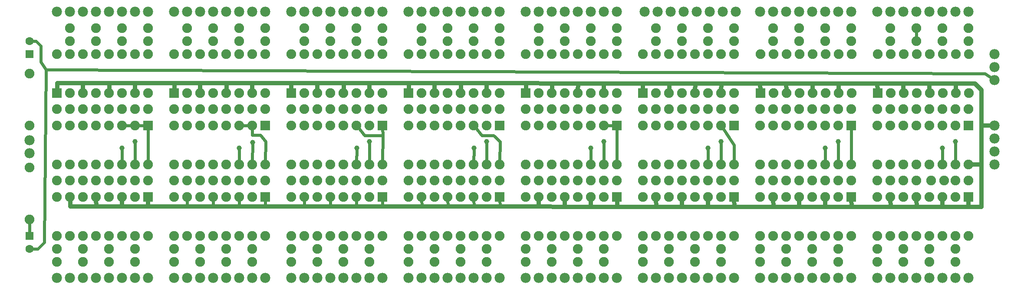
<source format=gtl>
G04 MADE WITH FRITZING*
G04 WWW.FRITZING.ORG*
G04 DOUBLE SIDED*
G04 HOLES PLATED*
G04 CONTOUR ON CENTER OF CONTOUR VECTOR*
%ASAXBY*%
%FSLAX23Y23*%
%MOIN*%
%OFA0B0*%
%SFA1.0B1.0*%
%ADD10C,0.039370*%
%ADD11C,0.078000*%
%ADD12C,0.075000*%
%ADD13C,0.062992*%
%ADD14R,0.075000X0.075000*%
%ADD15R,0.062992X0.062992*%
%ADD16C,0.024000*%
%ADD17C,0.032000*%
%LNCOPPER1*%
G90*
G70*
G54D10*
X5460Y1179D03*
X5360Y1129D03*
X6260Y1129D03*
X6360Y1179D03*
X7260Y1179D03*
X7160Y1129D03*
X4560Y1179D03*
X4460Y1129D03*
X960Y1179D03*
X860Y1129D03*
X3660Y1179D03*
X3561Y1129D03*
X1861Y1175D03*
X1760Y1129D03*
X2661Y1129D03*
X2760Y1179D03*
G54D11*
X4660Y2179D03*
X4560Y2179D03*
X4460Y2179D03*
X4360Y2179D03*
X4260Y2179D03*
X4160Y2179D03*
X4060Y2179D03*
X3960Y2179D03*
X5573Y2179D03*
X5473Y2179D03*
X5373Y2179D03*
X5273Y2179D03*
X5173Y2179D03*
X5073Y2179D03*
X4973Y2179D03*
X4873Y2179D03*
X6460Y2179D03*
X6360Y2179D03*
X6260Y2179D03*
X6160Y2179D03*
X6060Y2179D03*
X5960Y2179D03*
X5860Y2179D03*
X5760Y2179D03*
X7360Y2179D03*
X7260Y2179D03*
X7160Y2179D03*
X7060Y2179D03*
X6960Y2179D03*
X6860Y2179D03*
X6760Y2179D03*
X6660Y2179D03*
G54D12*
X1060Y1304D03*
X1060Y1004D03*
X960Y1304D03*
X960Y1004D03*
X860Y1304D03*
X860Y1004D03*
X760Y1304D03*
X760Y1004D03*
X660Y1304D03*
X660Y1004D03*
X560Y1304D03*
X560Y1004D03*
X460Y1304D03*
X460Y1004D03*
X360Y1304D03*
X360Y1004D03*
X1960Y1304D03*
X1960Y1004D03*
X1860Y1304D03*
X1860Y1004D03*
X1760Y1304D03*
X1760Y1004D03*
X1660Y1304D03*
X1660Y1004D03*
X1560Y1304D03*
X1560Y1004D03*
X1460Y1304D03*
X1460Y1004D03*
X1360Y1304D03*
X1360Y1004D03*
X1260Y1304D03*
X1260Y1004D03*
X2860Y1304D03*
X2860Y1004D03*
X2760Y1304D03*
X2760Y1004D03*
X2660Y1304D03*
X2660Y1004D03*
X2560Y1304D03*
X2560Y1004D03*
X2460Y1304D03*
X2460Y1004D03*
X2360Y1304D03*
X2360Y1004D03*
X2260Y1304D03*
X2260Y1004D03*
X2160Y1304D03*
X2160Y1004D03*
X3760Y1304D03*
X3760Y1004D03*
X3660Y1304D03*
X3660Y1004D03*
X3560Y1304D03*
X3560Y1004D03*
X3460Y1304D03*
X3460Y1004D03*
X3360Y1304D03*
X3360Y1004D03*
X3260Y1304D03*
X3260Y1004D03*
X3160Y1304D03*
X3160Y1004D03*
X3060Y1304D03*
X3060Y1004D03*
X4660Y1304D03*
X4660Y1004D03*
X4560Y1304D03*
X4560Y1004D03*
X4460Y1304D03*
X4460Y1004D03*
X4360Y1304D03*
X4360Y1004D03*
X4260Y1304D03*
X4260Y1004D03*
X4160Y1304D03*
X4160Y1004D03*
X4060Y1304D03*
X4060Y1004D03*
X3960Y1304D03*
X3960Y1004D03*
X5560Y1304D03*
X5560Y1004D03*
X5460Y1304D03*
X5460Y1004D03*
X5360Y1304D03*
X5360Y1004D03*
X5260Y1304D03*
X5260Y1004D03*
X5160Y1304D03*
X5160Y1004D03*
X5060Y1304D03*
X5060Y1004D03*
X4960Y1304D03*
X4960Y1004D03*
X4860Y1304D03*
X4860Y1004D03*
X6460Y1304D03*
X6460Y1004D03*
X6360Y1304D03*
X6360Y1004D03*
X6260Y1304D03*
X6260Y1004D03*
X6160Y1304D03*
X6160Y1004D03*
X6060Y1304D03*
X6060Y1004D03*
X5960Y1304D03*
X5960Y1004D03*
X5860Y1304D03*
X5860Y1004D03*
X5760Y1304D03*
X5760Y1004D03*
X7360Y1304D03*
X7360Y1004D03*
X7260Y1304D03*
X7260Y1004D03*
X7160Y1304D03*
X7160Y1004D03*
X7060Y1304D03*
X7060Y1004D03*
X6960Y1304D03*
X6960Y1004D03*
X6860Y1304D03*
X6860Y1004D03*
X6760Y1304D03*
X6760Y1004D03*
X6660Y1304D03*
X6660Y1004D03*
X1060Y754D03*
X1060Y454D03*
X960Y754D03*
X960Y454D03*
X860Y754D03*
X860Y454D03*
X760Y754D03*
X760Y454D03*
X660Y754D03*
X660Y454D03*
X560Y754D03*
X560Y454D03*
X460Y754D03*
X460Y454D03*
X360Y754D03*
X360Y454D03*
X1960Y754D03*
X1960Y454D03*
X1860Y754D03*
X1860Y454D03*
X1760Y754D03*
X1760Y454D03*
X1660Y754D03*
X1660Y454D03*
X1560Y754D03*
X1560Y454D03*
X1460Y754D03*
X1460Y454D03*
X1360Y754D03*
X1360Y454D03*
X1260Y754D03*
X1260Y454D03*
X2860Y754D03*
X2860Y454D03*
X2760Y754D03*
X2760Y454D03*
X2660Y754D03*
X2660Y454D03*
X2560Y754D03*
X2560Y454D03*
X2460Y754D03*
X2460Y454D03*
X2360Y754D03*
X2360Y454D03*
X2260Y754D03*
X2260Y454D03*
X2160Y754D03*
X2160Y454D03*
X3760Y754D03*
X3760Y454D03*
X3660Y754D03*
X3660Y454D03*
X3560Y754D03*
X3560Y454D03*
X3460Y754D03*
X3460Y454D03*
X3360Y754D03*
X3360Y454D03*
X3260Y754D03*
X3260Y454D03*
X3160Y754D03*
X3160Y454D03*
X3060Y754D03*
X3060Y454D03*
X4660Y754D03*
X4660Y454D03*
X4560Y754D03*
X4560Y454D03*
X4460Y754D03*
X4460Y454D03*
X4360Y754D03*
X4360Y454D03*
X4260Y754D03*
X4260Y454D03*
X4160Y754D03*
X4160Y454D03*
X4060Y754D03*
X4060Y454D03*
X3960Y754D03*
X3960Y454D03*
X5560Y754D03*
X5560Y454D03*
X5460Y754D03*
X5460Y454D03*
X5360Y754D03*
X5360Y454D03*
X5260Y754D03*
X5260Y454D03*
X5160Y754D03*
X5160Y454D03*
X5060Y754D03*
X5060Y454D03*
X4960Y754D03*
X4960Y454D03*
X4860Y754D03*
X4860Y454D03*
X6460Y754D03*
X6460Y454D03*
X6360Y754D03*
X6360Y454D03*
X6260Y754D03*
X6260Y454D03*
X6160Y754D03*
X6160Y454D03*
X6060Y754D03*
X6060Y454D03*
X5960Y754D03*
X5960Y454D03*
X5860Y754D03*
X5860Y454D03*
X5760Y754D03*
X5760Y454D03*
X7360Y753D03*
X7360Y453D03*
X7260Y753D03*
X7260Y453D03*
X7160Y753D03*
X7160Y453D03*
X7060Y753D03*
X7060Y453D03*
X6960Y753D03*
X6960Y453D03*
X6860Y753D03*
X6860Y453D03*
X6760Y753D03*
X6760Y453D03*
X6660Y753D03*
X6660Y453D03*
X360Y1554D03*
X360Y1854D03*
X460Y1554D03*
X460Y1854D03*
X560Y1554D03*
X560Y1854D03*
X660Y1554D03*
X660Y1854D03*
X760Y1554D03*
X760Y1854D03*
X860Y1554D03*
X860Y1854D03*
X960Y1554D03*
X960Y1854D03*
X1060Y1554D03*
X1060Y1854D03*
X1260Y1554D03*
X1260Y1854D03*
X1360Y1554D03*
X1360Y1854D03*
X1460Y1554D03*
X1460Y1854D03*
X1560Y1554D03*
X1560Y1854D03*
X1660Y1554D03*
X1660Y1854D03*
X1760Y1554D03*
X1760Y1854D03*
X1860Y1554D03*
X1860Y1854D03*
X1960Y1554D03*
X1960Y1854D03*
X2160Y1554D03*
X2160Y1854D03*
X2260Y1554D03*
X2260Y1854D03*
X2360Y1554D03*
X2360Y1854D03*
X2460Y1554D03*
X2460Y1854D03*
X2560Y1554D03*
X2560Y1854D03*
X2660Y1554D03*
X2660Y1854D03*
X2760Y1554D03*
X2760Y1854D03*
X2860Y1554D03*
X2860Y1854D03*
X3060Y1554D03*
X3060Y1854D03*
X3160Y1554D03*
X3160Y1854D03*
X3260Y1554D03*
X3260Y1854D03*
X3360Y1554D03*
X3360Y1854D03*
X3460Y1554D03*
X3460Y1854D03*
X3560Y1554D03*
X3560Y1854D03*
X3660Y1554D03*
X3660Y1854D03*
X3760Y1554D03*
X3760Y1854D03*
X3960Y1554D03*
X3960Y1854D03*
X4060Y1554D03*
X4060Y1854D03*
X4160Y1554D03*
X4160Y1854D03*
X4260Y1554D03*
X4260Y1854D03*
X4360Y1554D03*
X4360Y1854D03*
X4460Y1554D03*
X4460Y1854D03*
X4560Y1554D03*
X4560Y1854D03*
X4660Y1554D03*
X4660Y1854D03*
X5761Y1553D03*
X5761Y1853D03*
X5861Y1553D03*
X5861Y1853D03*
X5961Y1553D03*
X5961Y1853D03*
X6061Y1553D03*
X6061Y1853D03*
X6161Y1553D03*
X6161Y1853D03*
X6261Y1553D03*
X6261Y1853D03*
X6361Y1553D03*
X6361Y1853D03*
X6461Y1553D03*
X6461Y1853D03*
X4860Y1554D03*
X4860Y1854D03*
X4960Y1554D03*
X4960Y1854D03*
X5060Y1554D03*
X5060Y1854D03*
X5160Y1554D03*
X5160Y1854D03*
X5260Y1554D03*
X5260Y1854D03*
X5360Y1554D03*
X5360Y1854D03*
X5460Y1554D03*
X5460Y1854D03*
X5560Y1554D03*
X5560Y1854D03*
X6661Y1553D03*
X6661Y1853D03*
X6761Y1553D03*
X6761Y1853D03*
X6861Y1553D03*
X6861Y1853D03*
X6961Y1553D03*
X6961Y1853D03*
X7061Y1553D03*
X7061Y1853D03*
X7161Y1553D03*
X7161Y1853D03*
X7261Y1553D03*
X7261Y1853D03*
X7361Y1553D03*
X7361Y1853D03*
X7360Y1954D03*
X7360Y2054D03*
X6960Y2054D03*
X6960Y1954D03*
X5560Y2054D03*
X5560Y1954D03*
X6460Y2054D03*
X6460Y1954D03*
X5360Y2054D03*
X5360Y1954D03*
X6260Y2054D03*
X6260Y1954D03*
X5160Y2054D03*
X5160Y1954D03*
X6060Y2054D03*
X6060Y1954D03*
X4960Y2054D03*
X4960Y1954D03*
X5860Y2054D03*
X5860Y1954D03*
X7260Y879D03*
X7360Y879D03*
X7073Y879D03*
X7173Y879D03*
X6860Y879D03*
X6960Y879D03*
X3960Y879D03*
X4060Y879D03*
X4860Y879D03*
X4960Y879D03*
X5760Y879D03*
X5860Y879D03*
X4160Y879D03*
X4260Y879D03*
X5060Y879D03*
X5160Y879D03*
X5960Y879D03*
X6060Y879D03*
X4360Y879D03*
X4460Y879D03*
X5260Y879D03*
X5360Y879D03*
X6160Y879D03*
X6260Y879D03*
X4560Y879D03*
X4660Y879D03*
X5460Y879D03*
X5560Y879D03*
X6360Y879D03*
X6460Y879D03*
X6660Y879D03*
X6760Y879D03*
X7260Y1429D03*
X7360Y1429D03*
X6860Y1429D03*
X6960Y1429D03*
X7160Y1429D03*
X7060Y1429D03*
X4560Y1429D03*
X4660Y1429D03*
X5460Y1429D03*
X5560Y1429D03*
X6360Y1429D03*
X6460Y1429D03*
X4460Y1429D03*
X4360Y1429D03*
X5360Y1429D03*
X5260Y1429D03*
X6260Y1429D03*
X6160Y1429D03*
X4160Y1429D03*
X4260Y1429D03*
X5060Y1429D03*
X5160Y1429D03*
X5960Y1429D03*
X6060Y1429D03*
X4060Y1429D03*
X3960Y1429D03*
X4960Y1429D03*
X4860Y1429D03*
X5860Y1429D03*
X5760Y1429D03*
X6760Y1429D03*
X6660Y1429D03*
X7260Y354D03*
X7260Y254D03*
X7060Y354D03*
X7060Y254D03*
X6860Y354D03*
X6860Y254D03*
X4560Y354D03*
X4560Y254D03*
X5460Y354D03*
X5460Y254D03*
X6360Y354D03*
X6360Y254D03*
X4360Y354D03*
X4360Y254D03*
X5260Y354D03*
X5260Y254D03*
X6160Y354D03*
X6160Y254D03*
X4160Y354D03*
X4160Y254D03*
X5060Y354D03*
X5060Y254D03*
X5960Y354D03*
X5960Y254D03*
X3960Y354D03*
X3960Y254D03*
X4860Y354D03*
X4860Y254D03*
X5760Y354D03*
X5760Y254D03*
X6660Y354D03*
X6660Y254D03*
X4660Y2054D03*
X4660Y1954D03*
X4460Y2054D03*
X4460Y1954D03*
X4060Y2054D03*
X4060Y1954D03*
X4260Y2054D03*
X4260Y1954D03*
G54D11*
X3960Y129D03*
X4060Y129D03*
X4160Y129D03*
X4260Y129D03*
X4360Y129D03*
X4460Y129D03*
X4560Y129D03*
X4660Y129D03*
X6660Y129D03*
X6760Y129D03*
X6860Y129D03*
X6960Y129D03*
X7060Y129D03*
X7160Y129D03*
X7260Y129D03*
X7360Y129D03*
X5760Y129D03*
X5860Y129D03*
X5960Y129D03*
X6060Y129D03*
X6160Y129D03*
X6260Y129D03*
X6360Y129D03*
X6460Y129D03*
X4860Y129D03*
X4960Y129D03*
X5060Y129D03*
X5160Y129D03*
X5260Y129D03*
X5360Y129D03*
X5460Y129D03*
X5560Y129D03*
G54D12*
X7160Y1954D03*
X7160Y2054D03*
X6760Y2054D03*
X6760Y1954D03*
G54D11*
X3760Y2179D03*
X3660Y2179D03*
X3560Y2179D03*
X3460Y2179D03*
X3360Y2179D03*
X3260Y2179D03*
X3160Y2179D03*
X3060Y2179D03*
X2860Y2179D03*
X2760Y2179D03*
X2660Y2179D03*
X2560Y2179D03*
X2460Y2179D03*
X2360Y2179D03*
X2260Y2179D03*
X2160Y2179D03*
X1960Y2179D03*
X1860Y2179D03*
X1760Y2179D03*
X1660Y2179D03*
X1560Y2179D03*
X1460Y2179D03*
X1360Y2179D03*
X1260Y2179D03*
X1060Y2179D03*
X960Y2179D03*
X860Y2179D03*
X760Y2179D03*
X660Y2179D03*
X560Y2179D03*
X460Y2179D03*
X360Y2179D03*
G54D12*
X3760Y2054D03*
X3760Y1954D03*
X3560Y2054D03*
X3560Y1954D03*
X3360Y2054D03*
X3360Y1954D03*
X3160Y2054D03*
X3160Y1954D03*
X2260Y2054D03*
X2260Y1954D03*
X2660Y2054D03*
X2660Y1954D03*
X2460Y2054D03*
X2460Y1954D03*
X2860Y2054D03*
X2860Y1954D03*
X1360Y2054D03*
X1360Y1954D03*
X1760Y2054D03*
X1760Y1954D03*
X1560Y2054D03*
X1560Y1954D03*
X1960Y2054D03*
X1960Y1954D03*
X460Y2054D03*
X460Y1954D03*
X860Y2054D03*
X860Y1954D03*
X660Y2054D03*
X660Y1954D03*
X1060Y2054D03*
X1060Y1954D03*
X3660Y1429D03*
X3760Y1429D03*
X3560Y1429D03*
X3460Y1429D03*
X3260Y1429D03*
X3360Y1429D03*
X3160Y1429D03*
X3060Y1429D03*
X2760Y1429D03*
X2860Y1429D03*
X2660Y1429D03*
X2560Y1429D03*
X2360Y1429D03*
X2460Y1429D03*
X2260Y1429D03*
X2160Y1429D03*
X1860Y1429D03*
X1960Y1429D03*
X1760Y1429D03*
X1660Y1429D03*
X1460Y1429D03*
X1560Y1429D03*
X1360Y1429D03*
X1260Y1429D03*
X960Y1429D03*
X1060Y1429D03*
X860Y1429D03*
X760Y1429D03*
X560Y1429D03*
X660Y1429D03*
X460Y1429D03*
X360Y1429D03*
X3060Y879D03*
X3160Y879D03*
X3260Y879D03*
X3360Y879D03*
X3460Y879D03*
X3560Y879D03*
X3660Y879D03*
X3760Y879D03*
X2160Y879D03*
X2260Y879D03*
X2360Y879D03*
X2460Y879D03*
X2560Y879D03*
X2660Y879D03*
X2760Y879D03*
X2860Y879D03*
X1260Y879D03*
X1360Y879D03*
X1460Y879D03*
X1560Y879D03*
X1660Y879D03*
X1760Y879D03*
X1860Y879D03*
X1960Y879D03*
X360Y879D03*
X460Y879D03*
X560Y879D03*
X660Y879D03*
X760Y879D03*
X860Y879D03*
X960Y879D03*
X1060Y879D03*
G54D11*
X3060Y129D03*
X3160Y129D03*
X3260Y129D03*
X3360Y129D03*
X3460Y129D03*
X3560Y129D03*
X3660Y129D03*
X3760Y129D03*
X2160Y129D03*
X2260Y129D03*
X2360Y129D03*
X2460Y129D03*
X2560Y129D03*
X2660Y129D03*
X2760Y129D03*
X2860Y129D03*
X1260Y129D03*
X1360Y129D03*
X1460Y129D03*
X1560Y129D03*
X1660Y129D03*
X1760Y129D03*
X1860Y129D03*
X1960Y129D03*
X360Y129D03*
X460Y129D03*
X560Y129D03*
X660Y129D03*
X760Y129D03*
X860Y129D03*
X960Y129D03*
X1060Y129D03*
G54D12*
X3660Y354D03*
X3660Y254D03*
X3460Y354D03*
X3460Y254D03*
X3260Y354D03*
X3260Y254D03*
X3060Y354D03*
X3060Y254D03*
X2760Y354D03*
X2760Y254D03*
X2560Y354D03*
X2560Y254D03*
X2360Y354D03*
X2360Y254D03*
X2160Y354D03*
X2160Y254D03*
X1860Y354D03*
X1860Y254D03*
X1660Y354D03*
X1660Y254D03*
X1460Y354D03*
X1460Y254D03*
X1260Y354D03*
X1260Y254D03*
X960Y354D03*
X960Y254D03*
X760Y354D03*
X760Y254D03*
X560Y354D03*
X560Y254D03*
X360Y354D03*
X360Y254D03*
G54D11*
X7560Y1004D03*
X7560Y1104D03*
X7560Y1204D03*
X7560Y1304D03*
G54D13*
X148Y1855D03*
X148Y1954D03*
G54D12*
X148Y1304D03*
X148Y1704D03*
G54D11*
X7560Y1854D03*
X7560Y1754D03*
X7560Y1654D03*
X148Y1191D03*
X148Y1091D03*
G54D13*
X148Y452D03*
X148Y354D03*
G54D12*
X148Y979D03*
X148Y579D03*
G54D14*
X1060Y1304D03*
X1960Y1304D03*
X2860Y1304D03*
X3760Y1304D03*
X4660Y1304D03*
X5560Y1304D03*
X6460Y1304D03*
X7360Y1304D03*
X1060Y754D03*
X1960Y754D03*
X2860Y754D03*
X3760Y754D03*
X4660Y754D03*
X5560Y754D03*
X6460Y754D03*
X7360Y753D03*
X360Y1554D03*
X1260Y1554D03*
X2160Y1554D03*
X3060Y1554D03*
X3960Y1554D03*
X5761Y1553D03*
X4860Y1554D03*
X6661Y1553D03*
G54D15*
X148Y1855D03*
X148Y452D03*
G54D16*
X6260Y1121D02*
X6260Y1021D01*
D02*
X5360Y1121D02*
X5360Y1021D01*
D02*
X5460Y1171D02*
X5460Y1021D01*
D02*
X4643Y1304D02*
X4578Y1304D01*
D02*
X4660Y1021D02*
X4660Y1286D01*
D02*
X5560Y1154D02*
X5470Y1289D01*
D02*
X5560Y1021D02*
X5560Y1154D01*
D02*
X6460Y1021D02*
X6460Y1286D01*
D02*
X7160Y1021D02*
X7160Y1121D01*
D02*
X6360Y1021D02*
X6360Y1171D01*
D02*
X4560Y1021D02*
X4560Y1171D01*
D02*
X7260Y1021D02*
X7260Y1171D01*
D02*
X4460Y1021D02*
X4460Y1121D01*
G54D17*
D02*
X7460Y1578D02*
X7460Y1303D01*
D02*
X7460Y1303D02*
X7541Y1304D01*
D02*
X7460Y1004D02*
X7460Y1303D01*
D02*
X7460Y1004D02*
X7378Y1004D01*
D02*
X7410Y1628D02*
X7460Y1578D01*
D02*
X7261Y1628D02*
X7410Y1628D01*
D02*
X7261Y1628D02*
X7261Y1570D01*
D02*
X7060Y1628D02*
X7261Y1628D01*
D02*
X7060Y1628D02*
X7060Y1570D01*
D02*
X6860Y1628D02*
X7060Y1628D01*
D02*
X6860Y1628D02*
X6860Y1570D01*
D02*
X6660Y1628D02*
X6860Y1628D01*
D02*
X6660Y1628D02*
X6661Y1570D01*
D02*
X6361Y1628D02*
X6660Y1628D01*
D02*
X6361Y1571D02*
X6361Y1628D01*
D02*
X6361Y1628D02*
X6161Y1628D01*
D02*
X6161Y1571D02*
X6161Y1628D01*
D02*
X6161Y1628D02*
X5960Y1628D01*
D02*
X5961Y1571D02*
X5960Y1628D01*
D02*
X5960Y1628D02*
X5760Y1628D01*
D02*
X5760Y1628D02*
X5461Y1628D01*
D02*
X5461Y1628D02*
X5261Y1628D01*
D02*
X5261Y1628D02*
X5061Y1628D01*
D02*
X5061Y1628D02*
X4860Y1628D01*
D02*
X5761Y1571D02*
X5760Y1628D01*
D02*
X5460Y1571D02*
X5461Y1628D01*
D02*
X5260Y1571D02*
X5261Y1628D01*
D02*
X4860Y1628D02*
X4560Y1628D01*
D02*
X4161Y1628D02*
X4361Y1628D01*
D02*
X3961Y1571D02*
X3961Y1630D01*
D02*
X3961Y1630D02*
X4161Y1628D01*
D02*
X5061Y1571D02*
X5061Y1628D01*
D02*
X4161Y1571D02*
X4161Y1628D01*
D02*
X4360Y1571D02*
X4361Y1628D01*
D02*
X4361Y1628D02*
X4560Y1628D01*
D02*
X4860Y1571D02*
X4860Y1628D01*
D02*
X4560Y1628D02*
X4560Y1571D01*
D02*
X7360Y678D02*
X7460Y678D01*
D02*
X7160Y678D02*
X7160Y736D01*
D02*
X6961Y678D02*
X7160Y678D01*
D02*
X6961Y678D02*
X6761Y678D01*
D02*
X7360Y678D02*
X7360Y736D01*
D02*
X7160Y678D02*
X7360Y678D01*
D02*
X6761Y678D02*
X6760Y736D01*
D02*
X7460Y678D02*
X7460Y1004D01*
D02*
X6461Y678D02*
X6260Y678D01*
D02*
X5861Y678D02*
X5561Y678D01*
D02*
X6060Y678D02*
X5861Y678D01*
D02*
X6260Y678D02*
X6060Y678D01*
D02*
X6461Y678D02*
X6460Y736D01*
D02*
X5861Y678D02*
X5860Y736D01*
D02*
X6761Y678D02*
X6461Y678D01*
D02*
X6260Y678D02*
X6260Y736D01*
D02*
X6060Y678D02*
X6060Y736D01*
D02*
X6960Y736D02*
X6961Y678D01*
D02*
X4460Y678D02*
X4260Y678D01*
D02*
X4661Y678D02*
X4460Y678D01*
D02*
X4961Y678D02*
X4661Y678D01*
D02*
X5160Y678D02*
X4961Y678D01*
D02*
X4961Y678D02*
X4960Y736D01*
D02*
X5561Y678D02*
X5560Y736D01*
D02*
X5360Y678D02*
X5160Y678D01*
D02*
X5561Y678D02*
X5360Y678D01*
D02*
X5160Y678D02*
X5160Y736D01*
D02*
X5360Y678D02*
X5360Y736D01*
D02*
X4661Y678D02*
X4661Y736D01*
D02*
X4460Y678D02*
X4460Y736D01*
D02*
X4260Y678D02*
X4260Y736D01*
D02*
X4260Y678D02*
X4058Y679D01*
D02*
X4058Y679D02*
X4060Y736D01*
G54D16*
D02*
X943Y1304D02*
X878Y1304D01*
D02*
X2861Y1228D02*
X2860Y1286D01*
D02*
X2722Y1228D02*
X2861Y1228D01*
D02*
X2861Y1228D02*
X2860Y1021D01*
D02*
X2671Y1290D02*
X2722Y1228D01*
D02*
X3711Y1228D02*
X3622Y1228D01*
D02*
X3622Y1228D02*
X3571Y1290D01*
D02*
X3761Y1179D02*
X3711Y1228D01*
D02*
X3760Y1021D02*
X3761Y1179D01*
D02*
X3561Y1121D02*
X3560Y1021D01*
D02*
X3660Y1171D02*
X3660Y1021D01*
D02*
X860Y1121D02*
X860Y1021D01*
D02*
X960Y1171D02*
X960Y1021D01*
D02*
X1923Y1229D02*
X1860Y1229D01*
D02*
X1860Y1229D02*
X1860Y1286D01*
D02*
X1843Y1304D02*
X1778Y1304D01*
D02*
X1961Y1179D02*
X1923Y1229D01*
D02*
X1960Y1021D02*
X1961Y1179D01*
D02*
X1861Y1167D02*
X1860Y1021D01*
D02*
X1760Y1121D02*
X1760Y1021D01*
D02*
X1060Y1021D02*
X1060Y1286D01*
D02*
X1043Y1304D02*
X978Y1304D01*
D02*
X2661Y1121D02*
X2660Y1021D01*
D02*
X2760Y1171D02*
X2760Y1021D01*
G54D17*
D02*
X661Y679D02*
X660Y736D01*
D02*
X860Y679D02*
X860Y736D01*
D02*
X1060Y679D02*
X1060Y736D01*
D02*
X1060Y679D02*
X860Y679D01*
D02*
X860Y679D02*
X661Y679D01*
D02*
X661Y679D02*
X461Y679D01*
D02*
X461Y679D02*
X461Y736D01*
D02*
X2660Y679D02*
X2460Y679D01*
D02*
X2860Y679D02*
X2660Y679D01*
D02*
X3161Y679D02*
X2860Y679D01*
D02*
X3561Y679D02*
X3361Y679D01*
D02*
X3761Y679D02*
X3561Y679D01*
D02*
X2460Y679D02*
X2260Y679D01*
D02*
X3361Y679D02*
X3161Y679D01*
D02*
X4058Y679D02*
X3761Y679D01*
D02*
X1360Y679D02*
X1060Y679D01*
D02*
X2260Y679D02*
X1960Y679D01*
D02*
X1560Y679D02*
X1360Y679D01*
D02*
X1760Y679D02*
X1560Y679D01*
D02*
X1960Y679D02*
X1760Y679D01*
G54D16*
D02*
X6960Y2036D02*
X6960Y1971D01*
G54D17*
D02*
X2360Y1630D02*
X2160Y1629D01*
D02*
X2561Y1630D02*
X2360Y1630D01*
D02*
X2760Y1630D02*
X2561Y1630D01*
D02*
X3260Y1630D02*
X3061Y1630D01*
D02*
X3061Y1630D02*
X2760Y1630D01*
D02*
X3660Y1630D02*
X3461Y1630D01*
D02*
X2160Y1629D02*
X1860Y1630D01*
D02*
X3461Y1630D02*
X3260Y1630D01*
D02*
X1661Y1630D02*
X1460Y1630D01*
D02*
X3961Y1630D02*
X3660Y1630D01*
D02*
X361Y1630D02*
X361Y1571D01*
D02*
X761Y1630D02*
X560Y1630D01*
D02*
X560Y1630D02*
X361Y1630D01*
D02*
X960Y1630D02*
X761Y1630D01*
D02*
X1460Y1630D02*
X1261Y1630D01*
D02*
X1860Y1630D02*
X1661Y1630D01*
D02*
X1261Y1630D02*
X960Y1630D01*
D02*
X560Y1630D02*
X560Y1571D01*
D02*
X761Y1630D02*
X761Y1571D01*
D02*
X960Y1630D02*
X960Y1571D01*
D02*
X1261Y1630D02*
X1261Y1571D01*
D02*
X1860Y1630D02*
X1860Y1571D01*
D02*
X1661Y1630D02*
X1661Y1571D01*
D02*
X1460Y1630D02*
X1460Y1571D01*
D02*
X3660Y1630D02*
X3660Y1571D01*
D02*
X3461Y1630D02*
X3461Y1571D01*
D02*
X3260Y1630D02*
X3260Y1571D01*
D02*
X3061Y1630D02*
X3061Y1571D01*
D02*
X2760Y1630D02*
X2760Y1571D01*
D02*
X2561Y1630D02*
X2561Y1571D01*
D02*
X2360Y1630D02*
X2360Y1571D01*
D02*
X2160Y1629D02*
X2160Y1571D01*
G54D16*
D02*
X1960Y679D02*
X1960Y736D01*
D02*
X1760Y679D02*
X1760Y736D01*
D02*
X1560Y679D02*
X1560Y736D01*
D02*
X1360Y679D02*
X1360Y736D01*
D02*
X2260Y679D02*
X2260Y736D01*
D02*
X2460Y679D02*
X2460Y736D01*
D02*
X2660Y679D02*
X2660Y736D01*
D02*
X2860Y679D02*
X2860Y736D01*
D02*
X3761Y679D02*
X3760Y736D01*
D02*
X3561Y679D02*
X3560Y736D01*
D02*
X3361Y679D02*
X3360Y736D01*
D02*
X3161Y679D02*
X3160Y736D01*
D02*
X236Y1792D02*
X275Y1734D01*
D02*
X275Y1734D02*
X7485Y1704D01*
D02*
X198Y1954D02*
X236Y1916D01*
D02*
X164Y1954D02*
X198Y1954D01*
D02*
X236Y1916D02*
X236Y1792D01*
D02*
X7485Y1704D02*
X7545Y1664D01*
D02*
X148Y561D02*
X148Y468D01*
D02*
X261Y404D02*
X211Y354D01*
D02*
X275Y1734D02*
X261Y404D01*
D02*
X211Y354D02*
X164Y354D01*
G04 End of Copper1*
M02*
</source>
